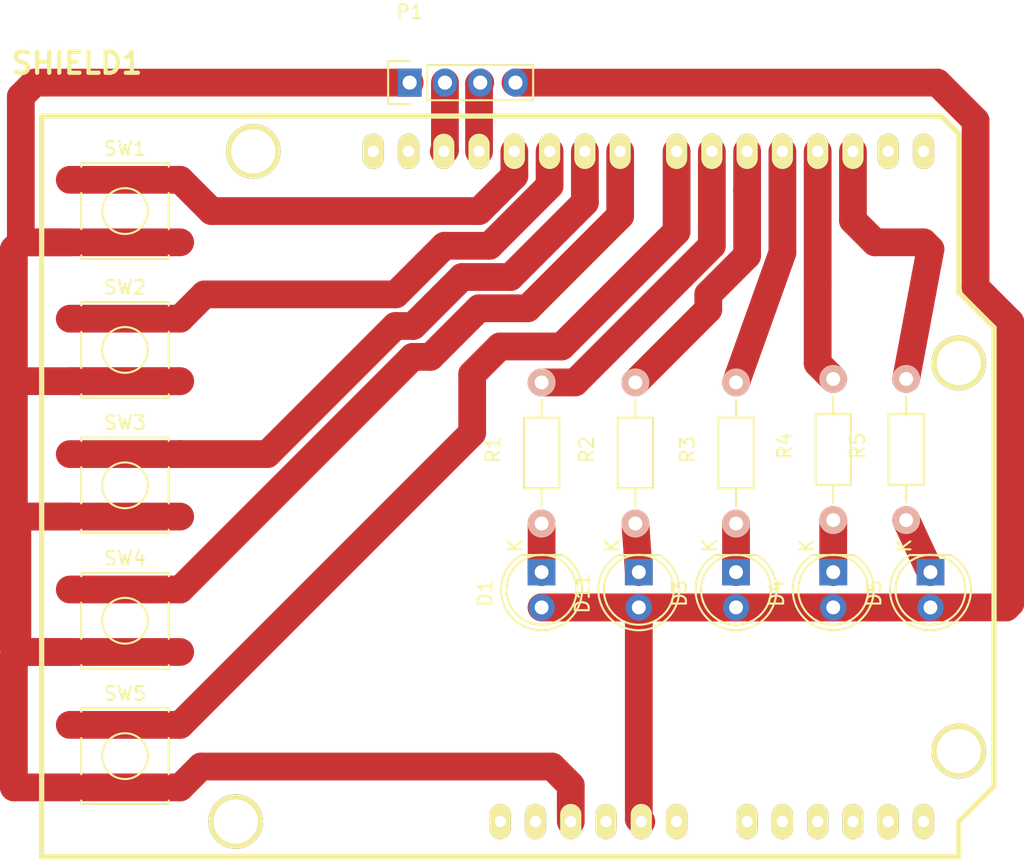
<source format=kicad_pcb>
(kicad_pcb (version 4) (host pcbnew 4.0.2-stable)

  (general
    (links 39)
    (no_connects 0)
    (area 142.25 43.025 221.000001 107.000001)
    (thickness 1.6)
    (drawings 0)
    (tracks 104)
    (zones 0)
    (modules 17)
    (nets 34)
  )

  (page A4)
  (layers
    (0 F.Cu signal)
    (31 B.Cu signal)
    (32 B.Adhes user)
    (33 F.Adhes user)
    (34 B.Paste user)
    (35 F.Paste user)
    (36 B.SilkS user)
    (37 F.SilkS user)
    (38 B.Mask user)
    (39 F.Mask user)
    (40 Dwgs.User user)
    (41 Cmts.User user)
    (42 Eco1.User user)
    (43 Eco2.User user)
    (44 Edge.Cuts user)
    (45 Margin user)
    (46 B.CrtYd user)
    (47 F.CrtYd user)
    (48 B.Fab user)
    (49 F.Fab user)
  )

  (setup
    (last_trace_width 2)
    (trace_clearance 0.2)
    (zone_clearance 0.5)
    (zone_45_only no)
    (trace_min 0.2)
    (segment_width 0.2)
    (edge_width 0.15)
    (via_size 0.6)
    (via_drill 0.4)
    (via_min_size 0.4)
    (via_min_drill 0.3)
    (uvia_size 0.3)
    (uvia_drill 0.1)
    (uvias_allowed no)
    (uvia_min_size 0.2)
    (uvia_min_drill 0.1)
    (pcb_text_width 0.3)
    (pcb_text_size 1.5 1.5)
    (mod_edge_width 0.15)
    (mod_text_size 1 1)
    (mod_text_width 0.15)
    (pad_size 1.524 1.524)
    (pad_drill 0.762)
    (pad_to_mask_clearance 0.2)
    (aux_axis_origin 0 0)
    (visible_elements FFFFFF7F)
    (pcbplotparams
      (layerselection 0x00030_80000001)
      (usegerberextensions false)
      (excludeedgelayer true)
      (linewidth 0.100000)
      (plotframeref false)
      (viasonmask false)
      (mode 1)
      (useauxorigin false)
      (hpglpennumber 1)
      (hpglpenspeed 20)
      (hpglpendiameter 15)
      (hpglpenoverlay 2)
      (psnegative false)
      (psa4output false)
      (plotreference true)
      (plotvalue true)
      (plotinvisibletext false)
      (padsonsilk false)
      (subtractmaskfromsilk false)
      (outputformat 1)
      (mirror false)
      (drillshape 1)
      (scaleselection 1)
      (outputdirectory ""))
  )

  (net 0 "")
  (net 1 "Net-(D1-Pad1)")
  (net 2 "Net-(D1-Pad2)")
  (net 3 "Net-(D2-Pad1)")
  (net 4 "Net-(D3-Pad1)")
  (net 5 "Net-(D4-Pad1)")
  (net 6 "Net-(D5-Pad1)")
  (net 7 "Net-(P1-Pad1)")
  (net 8 "Net-(P1-Pad2)")
  (net 9 "Net-(P1-Pad3)")
  (net 10 "Net-(R1-Pad2)")
  (net 11 "Net-(R2-Pad2)")
  (net 12 "Net-(R3-Pad2)")
  (net 13 "Net-(R4-Pad2)")
  (net 14 "Net-(R5-Pad2)")
  (net 15 "Net-(SHIELD1-PadAD5)")
  (net 16 "Net-(SHIELD1-PadAD4)")
  (net 17 "Net-(SHIELD1-PadAD3)")
  (net 18 "Net-(SHIELD1-PadAD0)")
  (net 19 "Net-(SHIELD1-PadAD1)")
  (net 20 "Net-(SHIELD1-PadAD2)")
  (net 21 "Net-(SHIELD1-PadV_IN)")
  (net 22 "Net-(SHIELD1-PadGND1)")
  (net 23 "Net-(SHIELD1-Pad3V3)")
  (net 24 "Net-(SHIELD1-PadRST)")
  (net 25 "Net-(SHIELD1-Pad0)")
  (net 26 "Net-(SHIELD1-Pad1)")
  (net 27 "Net-(SHIELD1-Pad7)")
  (net 28 "Net-(SHIELD1-Pad8)")
  (net 29 "Net-(SHIELD1-Pad9)")
  (net 30 "Net-(SHIELD1-Pad10)")
  (net 31 "Net-(SHIELD1-Pad11)")
  (net 32 "Net-(SHIELD1-PadGND3)")
  (net 33 "Net-(SHIELD1-PadAREF)")

  (net_class Default "This is the default net class."
    (clearance 0.2)
    (trace_width 2)
    (via_dia 0.6)
    (via_drill 0.4)
    (uvia_dia 0.3)
    (uvia_drill 0.1)
    (add_net "Net-(D1-Pad1)")
    (add_net "Net-(D1-Pad2)")
    (add_net "Net-(D2-Pad1)")
    (add_net "Net-(D3-Pad1)")
    (add_net "Net-(D4-Pad1)")
    (add_net "Net-(D5-Pad1)")
    (add_net "Net-(P1-Pad1)")
    (add_net "Net-(P1-Pad2)")
    (add_net "Net-(P1-Pad3)")
    (add_net "Net-(R1-Pad2)")
    (add_net "Net-(R2-Pad2)")
    (add_net "Net-(R3-Pad2)")
    (add_net "Net-(R4-Pad2)")
    (add_net "Net-(R5-Pad2)")
    (add_net "Net-(SHIELD1-Pad0)")
    (add_net "Net-(SHIELD1-Pad1)")
    (add_net "Net-(SHIELD1-Pad10)")
    (add_net "Net-(SHIELD1-Pad11)")
    (add_net "Net-(SHIELD1-Pad3V3)")
    (add_net "Net-(SHIELD1-Pad7)")
    (add_net "Net-(SHIELD1-Pad8)")
    (add_net "Net-(SHIELD1-Pad9)")
    (add_net "Net-(SHIELD1-PadAD0)")
    (add_net "Net-(SHIELD1-PadAD1)")
    (add_net "Net-(SHIELD1-PadAD2)")
    (add_net "Net-(SHIELD1-PadAD3)")
    (add_net "Net-(SHIELD1-PadAD4)")
    (add_net "Net-(SHIELD1-PadAD5)")
    (add_net "Net-(SHIELD1-PadAREF)")
    (add_net "Net-(SHIELD1-PadGND1)")
    (add_net "Net-(SHIELD1-PadGND3)")
    (add_net "Net-(SHIELD1-PadRST)")
    (add_net "Net-(SHIELD1-PadV_IN)")
  )

  (module LEDs:LED-5MM (layer F.Cu) (tedit 5570F7EA) (tstamp 586EE5DE)
    (at 184.5 84.5 270)
    (descr "LED 5mm round vertical")
    (tags "LED 5mm round vertical")
    (path /586EE6BA)
    (fp_text reference D1 (at 1.524 4.064 270) (layer F.SilkS)
      (effects (font (size 1 1) (thickness 0.15)))
    )
    (fp_text value LED (at 1.524 -3.937 270) (layer F.Fab)
      (effects (font (size 1 1) (thickness 0.15)))
    )
    (fp_line (start -1.5 -1.55) (end -1.5 1.55) (layer F.CrtYd) (width 0.05))
    (fp_arc (start 1.3 0) (end -1.5 1.55) (angle -302) (layer F.CrtYd) (width 0.05))
    (fp_arc (start 1.27 0) (end -1.23 -1.5) (angle 297.5) (layer F.SilkS) (width 0.15))
    (fp_line (start -1.23 1.5) (end -1.23 -1.5) (layer F.SilkS) (width 0.15))
    (fp_circle (center 1.27 0) (end 0.97 -2.5) (layer F.SilkS) (width 0.15))
    (fp_text user K (at -1.905 1.905 270) (layer F.SilkS)
      (effects (font (size 1 1) (thickness 0.15)))
    )
    (pad 1 thru_hole rect (at 0 0) (size 2 1.9) (drill 1.00076) (layers *.Cu *.Mask)
      (net 1 "Net-(D1-Pad1)"))
    (pad 2 thru_hole circle (at 2.54 0 270) (size 1.9 1.9) (drill 1.00076) (layers *.Cu *.Mask)
      (net 2 "Net-(D1-Pad2)"))
    (model LEDs.3dshapes/LED-5MM.wrl
      (at (xyz 0.05 0 0))
      (scale (xyz 1 1 1))
      (rotate (xyz 0 0 90))
    )
  )

  (module LEDs:LED-5MM (layer F.Cu) (tedit 5570F7EA) (tstamp 586EE5E4)
    (at 191.5 84.5 270)
    (descr "LED 5mm round vertical")
    (tags "LED 5mm round vertical")
    (path /586EE4DB)
    (fp_text reference D11 (at 1.524 4.064 270) (layer F.SilkS)
      (effects (font (size 1 1) (thickness 0.15)))
    )
    (fp_text value LED (at 1.524 -3.937 270) (layer F.Fab)
      (effects (font (size 1 1) (thickness 0.15)))
    )
    (fp_line (start -1.5 -1.55) (end -1.5 1.55) (layer F.CrtYd) (width 0.05))
    (fp_arc (start 1.3 0) (end -1.5 1.55) (angle -302) (layer F.CrtYd) (width 0.05))
    (fp_arc (start 1.27 0) (end -1.23 -1.5) (angle 297.5) (layer F.SilkS) (width 0.15))
    (fp_line (start -1.23 1.5) (end -1.23 -1.5) (layer F.SilkS) (width 0.15))
    (fp_circle (center 1.27 0) (end 0.97 -2.5) (layer F.SilkS) (width 0.15))
    (fp_text user K (at -1.905 1.905 270) (layer F.SilkS)
      (effects (font (size 1 1) (thickness 0.15)))
    )
    (pad 1 thru_hole rect (at 0 0) (size 2 1.9) (drill 1.00076) (layers *.Cu *.Mask)
      (net 3 "Net-(D2-Pad1)"))
    (pad 2 thru_hole circle (at 2.54 0 270) (size 1.9 1.9) (drill 1.00076) (layers *.Cu *.Mask)
      (net 2 "Net-(D1-Pad2)"))
    (model LEDs.3dshapes/LED-5MM.wrl
      (at (xyz 0.05 0 0))
      (scale (xyz 1 1 1))
      (rotate (xyz 0 0 90))
    )
  )

  (module LEDs:LED-5MM (layer F.Cu) (tedit 5570F7EA) (tstamp 586EE5EA)
    (at 198.5 84.5 270)
    (descr "LED 5mm round vertical")
    (tags "LED 5mm round vertical")
    (path /586EE51D)
    (fp_text reference D3 (at 1.524 4.064 270) (layer F.SilkS)
      (effects (font (size 1 1) (thickness 0.15)))
    )
    (fp_text value LED (at 1.524 -3.937 270) (layer F.Fab)
      (effects (font (size 1 1) (thickness 0.15)))
    )
    (fp_line (start -1.5 -1.55) (end -1.5 1.55) (layer F.CrtYd) (width 0.05))
    (fp_arc (start 1.3 0) (end -1.5 1.55) (angle -302) (layer F.CrtYd) (width 0.05))
    (fp_arc (start 1.27 0) (end -1.23 -1.5) (angle 297.5) (layer F.SilkS) (width 0.15))
    (fp_line (start -1.23 1.5) (end -1.23 -1.5) (layer F.SilkS) (width 0.15))
    (fp_circle (center 1.27 0) (end 0.97 -2.5) (layer F.SilkS) (width 0.15))
    (fp_text user K (at -1.905 1.905 270) (layer F.SilkS)
      (effects (font (size 1 1) (thickness 0.15)))
    )
    (pad 1 thru_hole rect (at 0 0) (size 2 1.9) (drill 1.00076) (layers *.Cu *.Mask)
      (net 4 "Net-(D3-Pad1)"))
    (pad 2 thru_hole circle (at 2.54 0 270) (size 1.9 1.9) (drill 1.00076) (layers *.Cu *.Mask)
      (net 2 "Net-(D1-Pad2)"))
    (model LEDs.3dshapes/LED-5MM.wrl
      (at (xyz 0.05 0 0))
      (scale (xyz 1 1 1))
      (rotate (xyz 0 0 90))
    )
  )

  (module LEDs:LED-5MM (layer F.Cu) (tedit 5570F7EA) (tstamp 586EE5F0)
    (at 205.5 84.5 270)
    (descr "LED 5mm round vertical")
    (tags "LED 5mm round vertical")
    (path /586EE601)
    (fp_text reference D4 (at 1.524 4.064 270) (layer F.SilkS)
      (effects (font (size 1 1) (thickness 0.15)))
    )
    (fp_text value LED (at 1.524 -3.937 270) (layer F.Fab)
      (effects (font (size 1 1) (thickness 0.15)))
    )
    (fp_line (start -1.5 -1.55) (end -1.5 1.55) (layer F.CrtYd) (width 0.05))
    (fp_arc (start 1.3 0) (end -1.5 1.55) (angle -302) (layer F.CrtYd) (width 0.05))
    (fp_arc (start 1.27 0) (end -1.23 -1.5) (angle 297.5) (layer F.SilkS) (width 0.15))
    (fp_line (start -1.23 1.5) (end -1.23 -1.5) (layer F.SilkS) (width 0.15))
    (fp_circle (center 1.27 0) (end 0.97 -2.5) (layer F.SilkS) (width 0.15))
    (fp_text user K (at -1.905 1.905 270) (layer F.SilkS)
      (effects (font (size 1 1) (thickness 0.15)))
    )
    (pad 1 thru_hole rect (at 0 0) (size 2 1.9) (drill 1.00076) (layers *.Cu *.Mask)
      (net 5 "Net-(D4-Pad1)"))
    (pad 2 thru_hole circle (at 2.54 0 270) (size 1.9 1.9) (drill 1.00076) (layers *.Cu *.Mask)
      (net 2 "Net-(D1-Pad2)"))
    (model LEDs.3dshapes/LED-5MM.wrl
      (at (xyz 0.05 0 0))
      (scale (xyz 1 1 1))
      (rotate (xyz 0 0 90))
    )
  )

  (module LEDs:LED-5MM (layer F.Cu) (tedit 5570F7EA) (tstamp 586EE5F6)
    (at 212.5 84.5 270)
    (descr "LED 5mm round vertical")
    (tags "LED 5mm round vertical")
    (path /586EE62F)
    (fp_text reference D5 (at 1.524 4.064 270) (layer F.SilkS)
      (effects (font (size 1 1) (thickness 0.15)))
    )
    (fp_text value LED (at 1.524 -3.937 270) (layer F.Fab)
      (effects (font (size 1 1) (thickness 0.15)))
    )
    (fp_line (start -1.5 -1.55) (end -1.5 1.55) (layer F.CrtYd) (width 0.05))
    (fp_arc (start 1.3 0) (end -1.5 1.55) (angle -302) (layer F.CrtYd) (width 0.05))
    (fp_arc (start 1.27 0) (end -1.23 -1.5) (angle 297.5) (layer F.SilkS) (width 0.15))
    (fp_line (start -1.23 1.5) (end -1.23 -1.5) (layer F.SilkS) (width 0.15))
    (fp_circle (center 1.27 0) (end 0.97 -2.5) (layer F.SilkS) (width 0.15))
    (fp_text user K (at -1.905 1.905 270) (layer F.SilkS)
      (effects (font (size 1 1) (thickness 0.15)))
    )
    (pad 1 thru_hole rect (at 0 0) (size 2 1.9) (drill 1.00076) (layers *.Cu *.Mask)
      (net 6 "Net-(D5-Pad1)"))
    (pad 2 thru_hole circle (at 2.54 0 270) (size 1.9 1.9) (drill 1.00076) (layers *.Cu *.Mask)
      (net 2 "Net-(D1-Pad2)"))
    (model LEDs.3dshapes/LED-5MM.wrl
      (at (xyz 0.05 0 0))
      (scale (xyz 1 1 1))
      (rotate (xyz 0 0 90))
    )
  )

  (module Socket_Strips:Socket_Strip_Straight_1x04 (layer F.Cu) (tedit 0) (tstamp 586EE5FE)
    (at 175 49.25)
    (descr "Through hole socket strip")
    (tags "socket strip")
    (path /586EE8F7)
    (fp_text reference P1 (at 0 -5.1) (layer F.SilkS)
      (effects (font (size 1 1) (thickness 0.15)))
    )
    (fp_text value CONN_01X04 (at 0 -3.1) (layer F.Fab)
      (effects (font (size 1 1) (thickness 0.15)))
    )
    (fp_line (start -1.75 -1.75) (end -1.75 1.75) (layer F.CrtYd) (width 0.05))
    (fp_line (start 9.4 -1.75) (end 9.4 1.75) (layer F.CrtYd) (width 0.05))
    (fp_line (start -1.75 -1.75) (end 9.4 -1.75) (layer F.CrtYd) (width 0.05))
    (fp_line (start -1.75 1.75) (end 9.4 1.75) (layer F.CrtYd) (width 0.05))
    (fp_line (start 1.27 -1.27) (end 8.89 -1.27) (layer F.SilkS) (width 0.15))
    (fp_line (start 1.27 1.27) (end 8.89 1.27) (layer F.SilkS) (width 0.15))
    (fp_line (start -1.55 1.55) (end 0 1.55) (layer F.SilkS) (width 0.15))
    (fp_line (start 8.89 -1.27) (end 8.89 1.27) (layer F.SilkS) (width 0.15))
    (fp_line (start 1.27 1.27) (end 1.27 -1.27) (layer F.SilkS) (width 0.15))
    (fp_line (start 0 -1.55) (end -1.55 -1.55) (layer F.SilkS) (width 0.15))
    (fp_line (start -1.55 -1.55) (end -1.55 1.55) (layer F.SilkS) (width 0.15))
    (pad 1 thru_hole rect (at 0 0) (size 1.7272 2.032) (drill 1.016) (layers *.Cu *.Mask)
      (net 7 "Net-(P1-Pad1)"))
    (pad 2 thru_hole oval (at 2.54 0) (size 1.7272 2.032) (drill 1.016) (layers *.Cu *.Mask)
      (net 8 "Net-(P1-Pad2)"))
    (pad 3 thru_hole oval (at 5.08 0) (size 1.7272 2.032) (drill 1.016) (layers *.Cu *.Mask)
      (net 9 "Net-(P1-Pad3)"))
    (pad 4 thru_hole oval (at 7.62 0) (size 1.7272 2.032) (drill 1.016) (layers *.Cu *.Mask)
      (net 2 "Net-(D1-Pad2)"))
    (model Socket_Strips.3dshapes/Socket_Strip_Straight_1x04.wrl
      (at (xyz 0.15 0 0))
      (scale (xyz 1 1 1))
      (rotate (xyz 0 0 180))
    )
  )

  (module Resistors_ThroughHole:Resistor_Horizontal_RM10mm (layer F.Cu) (tedit 56648415) (tstamp 586EE604)
    (at 184.5 81 90)
    (descr "Resistor, Axial,  RM 10mm, 1/3W")
    (tags "Resistor Axial RM 10mm 1/3W")
    (path /586EE4B9)
    (fp_text reference R1 (at 5.32892 -3.50012 90) (layer F.SilkS)
      (effects (font (size 1 1) (thickness 0.15)))
    )
    (fp_text value R (at 5.08 3.81 90) (layer F.Fab)
      (effects (font (size 1 1) (thickness 0.15)))
    )
    (fp_line (start -1.25 -1.5) (end 11.4 -1.5) (layer F.CrtYd) (width 0.05))
    (fp_line (start -1.25 1.5) (end -1.25 -1.5) (layer F.CrtYd) (width 0.05))
    (fp_line (start 11.4 -1.5) (end 11.4 1.5) (layer F.CrtYd) (width 0.05))
    (fp_line (start -1.25 1.5) (end 11.4 1.5) (layer F.CrtYd) (width 0.05))
    (fp_line (start 2.54 -1.27) (end 7.62 -1.27) (layer F.SilkS) (width 0.15))
    (fp_line (start 7.62 -1.27) (end 7.62 1.27) (layer F.SilkS) (width 0.15))
    (fp_line (start 7.62 1.27) (end 2.54 1.27) (layer F.SilkS) (width 0.15))
    (fp_line (start 2.54 1.27) (end 2.54 -1.27) (layer F.SilkS) (width 0.15))
    (fp_line (start 2.54 0) (end 1.27 0) (layer F.SilkS) (width 0.15))
    (fp_line (start 7.62 0) (end 8.89 0) (layer F.SilkS) (width 0.15))
    (pad 1 thru_hole circle (at 0 0 90) (size 1.99898 1.99898) (drill 1.00076) (layers *.Cu *.SilkS *.Mask)
      (net 1 "Net-(D1-Pad1)"))
    (pad 2 thru_hole circle (at 10.16 0 90) (size 1.99898 1.99898) (drill 1.00076) (layers *.Cu *.SilkS *.Mask)
      (net 10 "Net-(R1-Pad2)"))
    (model Resistors_ThroughHole.3dshapes/Resistor_Horizontal_RM10mm.wrl
      (at (xyz 0.2 0 0))
      (scale (xyz 0.4 0.4 0.4))
      (rotate (xyz 0 0 0))
    )
  )

  (module Resistors_ThroughHole:Resistor_Horizontal_RM10mm (layer F.Cu) (tedit 56648415) (tstamp 586EE60A)
    (at 191.25 81 90)
    (descr "Resistor, Axial,  RM 10mm, 1/3W")
    (tags "Resistor Axial RM 10mm 1/3W")
    (path /586EE494)
    (fp_text reference R2 (at 5.32892 -3.50012 90) (layer F.SilkS)
      (effects (font (size 1 1) (thickness 0.15)))
    )
    (fp_text value R (at 5.08 3.81 90) (layer F.Fab)
      (effects (font (size 1 1) (thickness 0.15)))
    )
    (fp_line (start -1.25 -1.5) (end 11.4 -1.5) (layer F.CrtYd) (width 0.05))
    (fp_line (start -1.25 1.5) (end -1.25 -1.5) (layer F.CrtYd) (width 0.05))
    (fp_line (start 11.4 -1.5) (end 11.4 1.5) (layer F.CrtYd) (width 0.05))
    (fp_line (start -1.25 1.5) (end 11.4 1.5) (layer F.CrtYd) (width 0.05))
    (fp_line (start 2.54 -1.27) (end 7.62 -1.27) (layer F.SilkS) (width 0.15))
    (fp_line (start 7.62 -1.27) (end 7.62 1.27) (layer F.SilkS) (width 0.15))
    (fp_line (start 7.62 1.27) (end 2.54 1.27) (layer F.SilkS) (width 0.15))
    (fp_line (start 2.54 1.27) (end 2.54 -1.27) (layer F.SilkS) (width 0.15))
    (fp_line (start 2.54 0) (end 1.27 0) (layer F.SilkS) (width 0.15))
    (fp_line (start 7.62 0) (end 8.89 0) (layer F.SilkS) (width 0.15))
    (pad 1 thru_hole circle (at 0 0 90) (size 1.99898 1.99898) (drill 1.00076) (layers *.Cu *.SilkS *.Mask)
      (net 3 "Net-(D2-Pad1)"))
    (pad 2 thru_hole circle (at 10.16 0 90) (size 1.99898 1.99898) (drill 1.00076) (layers *.Cu *.SilkS *.Mask)
      (net 11 "Net-(R2-Pad2)"))
    (model Resistors_ThroughHole.3dshapes/Resistor_Horizontal_RM10mm.wrl
      (at (xyz 0.2 0 0))
      (scale (xyz 0.4 0.4 0.4))
      (rotate (xyz 0 0 0))
    )
  )

  (module Resistors_ThroughHole:Resistor_Horizontal_RM10mm (layer F.Cu) (tedit 56648415) (tstamp 586EE610)
    (at 198.5 81 90)
    (descr "Resistor, Axial,  RM 10mm, 1/3W")
    (tags "Resistor Axial RM 10mm 1/3W")
    (path /586EE478)
    (fp_text reference R3 (at 5.32892 -3.50012 90) (layer F.SilkS)
      (effects (font (size 1 1) (thickness 0.15)))
    )
    (fp_text value R (at 5.08 3.81 90) (layer F.Fab)
      (effects (font (size 1 1) (thickness 0.15)))
    )
    (fp_line (start -1.25 -1.5) (end 11.4 -1.5) (layer F.CrtYd) (width 0.05))
    (fp_line (start -1.25 1.5) (end -1.25 -1.5) (layer F.CrtYd) (width 0.05))
    (fp_line (start 11.4 -1.5) (end 11.4 1.5) (layer F.CrtYd) (width 0.05))
    (fp_line (start -1.25 1.5) (end 11.4 1.5) (layer F.CrtYd) (width 0.05))
    (fp_line (start 2.54 -1.27) (end 7.62 -1.27) (layer F.SilkS) (width 0.15))
    (fp_line (start 7.62 -1.27) (end 7.62 1.27) (layer F.SilkS) (width 0.15))
    (fp_line (start 7.62 1.27) (end 2.54 1.27) (layer F.SilkS) (width 0.15))
    (fp_line (start 2.54 1.27) (end 2.54 -1.27) (layer F.SilkS) (width 0.15))
    (fp_line (start 2.54 0) (end 1.27 0) (layer F.SilkS) (width 0.15))
    (fp_line (start 7.62 0) (end 8.89 0) (layer F.SilkS) (width 0.15))
    (pad 1 thru_hole circle (at 0 0 90) (size 1.99898 1.99898) (drill 1.00076) (layers *.Cu *.SilkS *.Mask)
      (net 4 "Net-(D3-Pad1)"))
    (pad 2 thru_hole circle (at 10.16 0 90) (size 1.99898 1.99898) (drill 1.00076) (layers *.Cu *.SilkS *.Mask)
      (net 12 "Net-(R3-Pad2)"))
    (model Resistors_ThroughHole.3dshapes/Resistor_Horizontal_RM10mm.wrl
      (at (xyz 0.2 0 0))
      (scale (xyz 0.4 0.4 0.4))
      (rotate (xyz 0 0 0))
    )
  )

  (module Resistors_ThroughHole:Resistor_Horizontal_RM10mm (layer F.Cu) (tedit 56648415) (tstamp 586EE616)
    (at 205.5 80.75 90)
    (descr "Resistor, Axial,  RM 10mm, 1/3W")
    (tags "Resistor Axial RM 10mm 1/3W")
    (path /586EE17D)
    (fp_text reference R4 (at 5.32892 -3.50012 90) (layer F.SilkS)
      (effects (font (size 1 1) (thickness 0.15)))
    )
    (fp_text value R (at 5.08 3.81 90) (layer F.Fab)
      (effects (font (size 1 1) (thickness 0.15)))
    )
    (fp_line (start -1.25 -1.5) (end 11.4 -1.5) (layer F.CrtYd) (width 0.05))
    (fp_line (start -1.25 1.5) (end -1.25 -1.5) (layer F.CrtYd) (width 0.05))
    (fp_line (start 11.4 -1.5) (end 11.4 1.5) (layer F.CrtYd) (width 0.05))
    (fp_line (start -1.25 1.5) (end 11.4 1.5) (layer F.CrtYd) (width 0.05))
    (fp_line (start 2.54 -1.27) (end 7.62 -1.27) (layer F.SilkS) (width 0.15))
    (fp_line (start 7.62 -1.27) (end 7.62 1.27) (layer F.SilkS) (width 0.15))
    (fp_line (start 7.62 1.27) (end 2.54 1.27) (layer F.SilkS) (width 0.15))
    (fp_line (start 2.54 1.27) (end 2.54 -1.27) (layer F.SilkS) (width 0.15))
    (fp_line (start 2.54 0) (end 1.27 0) (layer F.SilkS) (width 0.15))
    (fp_line (start 7.62 0) (end 8.89 0) (layer F.SilkS) (width 0.15))
    (pad 1 thru_hole circle (at 0 0 90) (size 1.99898 1.99898) (drill 1.00076) (layers *.Cu *.SilkS *.Mask)
      (net 5 "Net-(D4-Pad1)"))
    (pad 2 thru_hole circle (at 10.16 0 90) (size 1.99898 1.99898) (drill 1.00076) (layers *.Cu *.SilkS *.Mask)
      (net 13 "Net-(R4-Pad2)"))
    (model Resistors_ThroughHole.3dshapes/Resistor_Horizontal_RM10mm.wrl
      (at (xyz 0.2 0 0))
      (scale (xyz 0.4 0.4 0.4))
      (rotate (xyz 0 0 0))
    )
  )

  (module Resistors_ThroughHole:Resistor_Horizontal_RM10mm (layer F.Cu) (tedit 56648415) (tstamp 586EE61C)
    (at 210.75 80.75 90)
    (descr "Resistor, Axial,  RM 10mm, 1/3W")
    (tags "Resistor Axial RM 10mm 1/3W")
    (path /586EE2DF)
    (fp_text reference R5 (at 5.32892 -3.50012 90) (layer F.SilkS)
      (effects (font (size 1 1) (thickness 0.15)))
    )
    (fp_text value R (at 5.08 3.81 90) (layer F.Fab)
      (effects (font (size 1 1) (thickness 0.15)))
    )
    (fp_line (start -1.25 -1.5) (end 11.4 -1.5) (layer F.CrtYd) (width 0.05))
    (fp_line (start -1.25 1.5) (end -1.25 -1.5) (layer F.CrtYd) (width 0.05))
    (fp_line (start 11.4 -1.5) (end 11.4 1.5) (layer F.CrtYd) (width 0.05))
    (fp_line (start -1.25 1.5) (end 11.4 1.5) (layer F.CrtYd) (width 0.05))
    (fp_line (start 2.54 -1.27) (end 7.62 -1.27) (layer F.SilkS) (width 0.15))
    (fp_line (start 7.62 -1.27) (end 7.62 1.27) (layer F.SilkS) (width 0.15))
    (fp_line (start 7.62 1.27) (end 2.54 1.27) (layer F.SilkS) (width 0.15))
    (fp_line (start 2.54 1.27) (end 2.54 -1.27) (layer F.SilkS) (width 0.15))
    (fp_line (start 2.54 0) (end 1.27 0) (layer F.SilkS) (width 0.15))
    (fp_line (start 7.62 0) (end 8.89 0) (layer F.SilkS) (width 0.15))
    (pad 1 thru_hole circle (at 0 0 90) (size 1.99898 1.99898) (drill 1.00076) (layers *.Cu *.SilkS *.Mask)
      (net 6 "Net-(D5-Pad1)"))
    (pad 2 thru_hole circle (at 10.16 0 90) (size 1.99898 1.99898) (drill 1.00076) (layers *.Cu *.SilkS *.Mask)
      (net 14 "Net-(R5-Pad2)"))
    (model Resistors_ThroughHole.3dshapes/Resistor_Horizontal_RM10mm.wrl
      (at (xyz 0.2 0 0))
      (scale (xyz 0.4 0.4 0.4))
      (rotate (xyz 0 0 0))
    )
  )

  (module "arduino:ARDUINO SHIELD" (layer F.Cu) (tedit 4CD6A37D) (tstamp 586EE640)
    (at 148.5 105)
    (path /586EE053)
    (fp_text reference SHIELD1 (at 2.54 -57.15) (layer F.SilkS)
      (effects (font (thickness 0.3048)))
    )
    (fp_text value ARDUINO_SHIELD (at 5.08 -54.61) (layer F.SilkS) hide
      (effects (font (thickness 0.3048)))
    )
    (fp_line (start 66.04 -40.64) (end 66.04 -52.07) (layer F.SilkS) (width 0.381))
    (fp_line (start 66.04 -52.07) (end 64.77 -53.34) (layer F.SilkS) (width 0.381))
    (fp_line (start 64.77 -53.34) (end 0 -53.34) (layer F.SilkS) (width 0.381))
    (fp_line (start 66.04 0) (end 0 0) (layer F.SilkS) (width 0.381))
    (fp_line (start 0 0) (end 0 -53.34) (layer F.SilkS) (width 0.381))
    (fp_line (start 66.04 -40.64) (end 68.58 -38.1) (layer F.SilkS) (width 0.381))
    (fp_line (start 68.58 -38.1) (end 68.58 -5.08) (layer F.SilkS) (width 0.381))
    (fp_line (start 68.58 -5.08) (end 66.04 -2.54) (layer F.SilkS) (width 0.381))
    (fp_line (start 66.04 -2.54) (end 66.04 0) (layer F.SilkS) (width 0.381))
    (pad AD5 thru_hole oval (at 63.5 -2.54 90) (size 2.54 1.524) (drill 0.8128) (layers *.Cu *.Mask F.SilkS)
      (net 15 "Net-(SHIELD1-PadAD5)"))
    (pad AD4 thru_hole oval (at 60.96 -2.54 90) (size 2.54 1.524) (drill 0.8128) (layers *.Cu *.Mask F.SilkS)
      (net 16 "Net-(SHIELD1-PadAD4)"))
    (pad AD3 thru_hole oval (at 58.42 -2.54 90) (size 2.54 1.524) (drill 0.8128) (layers *.Cu *.Mask F.SilkS)
      (net 17 "Net-(SHIELD1-PadAD3)"))
    (pad AD0 thru_hole oval (at 50.8 -2.54 90) (size 2.54 1.524) (drill 0.8128) (layers *.Cu *.Mask F.SilkS)
      (net 18 "Net-(SHIELD1-PadAD0)"))
    (pad AD1 thru_hole oval (at 53.34 -2.54 90) (size 2.54 1.524) (drill 0.8128) (layers *.Cu *.Mask F.SilkS)
      (net 19 "Net-(SHIELD1-PadAD1)"))
    (pad AD2 thru_hole oval (at 55.88 -2.54 90) (size 2.54 1.524) (drill 0.8128) (layers *.Cu *.Mask F.SilkS)
      (net 20 "Net-(SHIELD1-PadAD2)"))
    (pad V_IN thru_hole oval (at 45.72 -2.54 90) (size 2.54 1.524) (drill 0.8128) (layers *.Cu *.Mask F.SilkS)
      (net 21 "Net-(SHIELD1-PadV_IN)"))
    (pad GND2 thru_hole oval (at 43.18 -2.54 90) (size 2.54 1.524) (drill 0.8128) (layers *.Cu *.Mask F.SilkS)
      (net 2 "Net-(D1-Pad2)"))
    (pad GND1 thru_hole oval (at 40.64 -2.54 90) (size 2.54 1.524) (drill 0.8128) (layers *.Cu *.Mask F.SilkS)
      (net 22 "Net-(SHIELD1-PadGND1)"))
    (pad 3V3 thru_hole oval (at 35.56 -2.54 90) (size 2.54 1.524) (drill 0.8128) (layers *.Cu *.Mask F.SilkS)
      (net 23 "Net-(SHIELD1-Pad3V3)"))
    (pad RST thru_hole oval (at 33.02 -2.54 90) (size 2.54 1.524) (drill 0.8128) (layers *.Cu *.Mask F.SilkS)
      (net 24 "Net-(SHIELD1-PadRST)"))
    (pad 0 thru_hole oval (at 63.5 -50.8 90) (size 2.54 1.524) (drill 0.8128) (layers *.Cu *.Mask F.SilkS)
      (net 25 "Net-(SHIELD1-Pad0)"))
    (pad 1 thru_hole oval (at 60.96 -50.8 90) (size 2.54 1.524) (drill 0.8128) (layers *.Cu *.Mask F.SilkS)
      (net 26 "Net-(SHIELD1-Pad1)"))
    (pad 2 thru_hole oval (at 58.42 -50.8 90) (size 2.54 1.524) (drill 0.8128) (layers *.Cu *.Mask F.SilkS)
      (net 14 "Net-(R5-Pad2)"))
    (pad 3 thru_hole oval (at 55.88 -50.8 90) (size 2.54 1.524) (drill 0.8128) (layers *.Cu *.Mask F.SilkS)
      (net 13 "Net-(R4-Pad2)"))
    (pad 4 thru_hole oval (at 53.34 -50.8 90) (size 2.54 1.524) (drill 0.8128) (layers *.Cu *.Mask F.SilkS)
      (net 12 "Net-(R3-Pad2)"))
    (pad 5 thru_hole oval (at 50.8 -50.8 90) (size 2.54 1.524) (drill 0.8128) (layers *.Cu *.Mask F.SilkS)
      (net 11 "Net-(R2-Pad2)"))
    (pad 6 thru_hole oval (at 48.26 -50.8 90) (size 2.54 1.524) (drill 0.8128) (layers *.Cu *.Mask F.SilkS)
      (net 10 "Net-(R1-Pad2)"))
    (pad 7 thru_hole oval (at 45.72 -50.8 90) (size 2.54 1.524) (drill 0.8128) (layers *.Cu *.Mask F.SilkS)
      (net 27 "Net-(SHIELD1-Pad7)"))
    (pad 8 thru_hole oval (at 41.656 -50.8 90) (size 2.54 1.524) (drill 0.8128) (layers *.Cu *.Mask F.SilkS)
      (net 28 "Net-(SHIELD1-Pad8)"))
    (pad 9 thru_hole oval (at 39.116 -50.8 90) (size 2.54 1.524) (drill 0.8128) (layers *.Cu *.Mask F.SilkS)
      (net 29 "Net-(SHIELD1-Pad9)"))
    (pad 10 thru_hole oval (at 36.576 -50.8 90) (size 2.54 1.524) (drill 0.8128) (layers *.Cu *.Mask F.SilkS)
      (net 30 "Net-(SHIELD1-Pad10)"))
    (pad 11 thru_hole oval (at 34.036 -50.8 90) (size 2.54 1.524) (drill 0.8128) (layers *.Cu *.Mask F.SilkS)
      (net 31 "Net-(SHIELD1-Pad11)"))
    (pad 12 thru_hole oval (at 31.496 -50.8 90) (size 2.54 1.524) (drill 0.8128) (layers *.Cu *.Mask F.SilkS)
      (net 9 "Net-(P1-Pad3)"))
    (pad 13 thru_hole oval (at 28.956 -50.8 90) (size 2.54 1.524) (drill 0.8128) (layers *.Cu *.Mask F.SilkS)
      (net 8 "Net-(P1-Pad2)"))
    (pad GND3 thru_hole oval (at 26.416 -50.8 90) (size 2.54 1.524) (drill 0.8128) (layers *.Cu *.Mask F.SilkS)
      (net 32 "Net-(SHIELD1-PadGND3)"))
    (pad AREF thru_hole oval (at 23.876 -50.8 90) (size 2.54 1.524) (drill 0.8128) (layers *.Cu *.Mask F.SilkS)
      (net 33 "Net-(SHIELD1-PadAREF)"))
    (pad 5V thru_hole oval (at 38.1 -2.54 90) (size 2.54 1.524) (drill 0.8128) (layers *.Cu *.Mask F.SilkS)
      (net 7 "Net-(P1-Pad1)"))
    (pad "" thru_hole circle (at 66.04 -7.62 90) (size 3.937 3.937) (drill 3.175) (layers *.Cu *.Mask F.SilkS))
    (pad "" thru_hole circle (at 66.04 -35.56 90) (size 3.937 3.937) (drill 3.175) (layers *.Cu *.Mask F.SilkS))
    (pad "" thru_hole circle (at 15.24 -50.8 90) (size 3.937 3.937) (drill 3.175) (layers *.Cu *.Mask F.SilkS))
    (pad "" thru_hole circle (at 13.97 -2.54 90) (size 3.937 3.937) (drill 3.175) (layers *.Cu *.Mask F.SilkS))
  )

  (module Buttons_Switches_SMD:SW_SPST_B3S-1000 (layer F.Cu) (tedit 56EDA1C6) (tstamp 586EE648)
    (at 154.5 58.5)
    (descr "Surface Mount Tactile Switch for High-Density Packaging")
    (tags "Tactile Switch")
    (path /586EED79)
    (attr smd)
    (fp_text reference SW1 (at 0 -4.5) (layer F.SilkS)
      (effects (font (size 1 1) (thickness 0.15)))
    )
    (fp_text value SPST (at 0 4.5) (layer F.Fab)
      (effects (font (size 1 1) (thickness 0.15)))
    )
    (fp_line (start -5 3.7) (end 5 3.7) (layer F.CrtYd) (width 0.05))
    (fp_line (start 5 3.7) (end 5 -3.7) (layer F.CrtYd) (width 0.05))
    (fp_line (start 5 -3.7) (end -5 -3.7) (layer F.CrtYd) (width 0.05))
    (fp_line (start -5 -3.7) (end -5 3.7) (layer F.CrtYd) (width 0.05))
    (fp_line (start -3.15 -3.2) (end -3.15 -3.45) (layer F.SilkS) (width 0.15))
    (fp_line (start -3.15 -3.45) (end 3.15 -3.45) (layer F.SilkS) (width 0.15))
    (fp_line (start 3.15 -3.45) (end 3.15 -3.2) (layer F.SilkS) (width 0.15))
    (fp_line (start -3.15 1.3) (end -3.15 -1.3) (layer F.SilkS) (width 0.15))
    (fp_line (start 3.15 3.2) (end 3.15 3.45) (layer F.SilkS) (width 0.15))
    (fp_line (start 3.15 3.45) (end -3.15 3.45) (layer F.SilkS) (width 0.15))
    (fp_line (start -3.15 3.45) (end -3.15 3.2) (layer F.SilkS) (width 0.15))
    (fp_line (start 3.15 -1.3) (end 3.15 1.3) (layer F.SilkS) (width 0.15))
    (fp_circle (center 0 0) (end 1.65 0) (layer F.SilkS) (width 0.15))
    (fp_line (start -3 -3.3) (end 3 -3.3) (layer F.Fab) (width 0.15))
    (fp_line (start 3 -3.3) (end 3 3.3) (layer F.Fab) (width 0.15))
    (fp_line (start 3 3.3) (end -3 3.3) (layer F.Fab) (width 0.15))
    (fp_line (start -3 3.3) (end -3 -3.3) (layer F.Fab) (width 0.15))
    (pad 1 smd rect (at -3.975 -2.25) (size 1.55 1.3) (layers F.Cu F.Paste F.Mask)
      (net 31 "Net-(SHIELD1-Pad11)"))
    (pad 1 smd rect (at 3.975 -2.25) (size 1.55 1.3) (layers F.Cu F.Paste F.Mask)
      (net 31 "Net-(SHIELD1-Pad11)"))
    (pad 2 smd rect (at -3.975 2.25) (size 1.55 1.3) (layers F.Cu F.Paste F.Mask)
      (net 7 "Net-(P1-Pad1)"))
    (pad 2 smd rect (at 3.975 2.25) (size 1.55 1.3) (layers F.Cu F.Paste F.Mask)
      (net 7 "Net-(P1-Pad1)"))
  )

  (module Buttons_Switches_SMD:SW_SPST_B3S-1000 (layer F.Cu) (tedit 56EDA1C6) (tstamp 586EE650)
    (at 154.5 68.5)
    (descr "Surface Mount Tactile Switch for High-Density Packaging")
    (tags "Tactile Switch")
    (path /586EED29)
    (attr smd)
    (fp_text reference SW2 (at 0 -4.5) (layer F.SilkS)
      (effects (font (size 1 1) (thickness 0.15)))
    )
    (fp_text value SPST (at 0 4.5) (layer F.Fab)
      (effects (font (size 1 1) (thickness 0.15)))
    )
    (fp_line (start -5 3.7) (end 5 3.7) (layer F.CrtYd) (width 0.05))
    (fp_line (start 5 3.7) (end 5 -3.7) (layer F.CrtYd) (width 0.05))
    (fp_line (start 5 -3.7) (end -5 -3.7) (layer F.CrtYd) (width 0.05))
    (fp_line (start -5 -3.7) (end -5 3.7) (layer F.CrtYd) (width 0.05))
    (fp_line (start -3.15 -3.2) (end -3.15 -3.45) (layer F.SilkS) (width 0.15))
    (fp_line (start -3.15 -3.45) (end 3.15 -3.45) (layer F.SilkS) (width 0.15))
    (fp_line (start 3.15 -3.45) (end 3.15 -3.2) (layer F.SilkS) (width 0.15))
    (fp_line (start -3.15 1.3) (end -3.15 -1.3) (layer F.SilkS) (width 0.15))
    (fp_line (start 3.15 3.2) (end 3.15 3.45) (layer F.SilkS) (width 0.15))
    (fp_line (start 3.15 3.45) (end -3.15 3.45) (layer F.SilkS) (width 0.15))
    (fp_line (start -3.15 3.45) (end -3.15 3.2) (layer F.SilkS) (width 0.15))
    (fp_line (start 3.15 -1.3) (end 3.15 1.3) (layer F.SilkS) (width 0.15))
    (fp_circle (center 0 0) (end 1.65 0) (layer F.SilkS) (width 0.15))
    (fp_line (start -3 -3.3) (end 3 -3.3) (layer F.Fab) (width 0.15))
    (fp_line (start 3 -3.3) (end 3 3.3) (layer F.Fab) (width 0.15))
    (fp_line (start 3 3.3) (end -3 3.3) (layer F.Fab) (width 0.15))
    (fp_line (start -3 3.3) (end -3 -3.3) (layer F.Fab) (width 0.15))
    (pad 1 smd rect (at -3.975 -2.25) (size 1.55 1.3) (layers F.Cu F.Paste F.Mask)
      (net 30 "Net-(SHIELD1-Pad10)"))
    (pad 1 smd rect (at 3.975 -2.25) (size 1.55 1.3) (layers F.Cu F.Paste F.Mask)
      (net 30 "Net-(SHIELD1-Pad10)"))
    (pad 2 smd rect (at -3.975 2.25) (size 1.55 1.3) (layers F.Cu F.Paste F.Mask)
      (net 7 "Net-(P1-Pad1)"))
    (pad 2 smd rect (at 3.975 2.25) (size 1.55 1.3) (layers F.Cu F.Paste F.Mask)
      (net 7 "Net-(P1-Pad1)"))
  )

  (module Buttons_Switches_SMD:SW_SPST_B3S-1000 (layer F.Cu) (tedit 56EDA1C6) (tstamp 586EE658)
    (at 154.5 78.25)
    (descr "Surface Mount Tactile Switch for High-Density Packaging")
    (tags "Tactile Switch")
    (path /586EECDE)
    (attr smd)
    (fp_text reference SW3 (at 0 -4.5) (layer F.SilkS)
      (effects (font (size 1 1) (thickness 0.15)))
    )
    (fp_text value SPST (at 0 4.5) (layer F.Fab)
      (effects (font (size 1 1) (thickness 0.15)))
    )
    (fp_line (start -5 3.7) (end 5 3.7) (layer F.CrtYd) (width 0.05))
    (fp_line (start 5 3.7) (end 5 -3.7) (layer F.CrtYd) (width 0.05))
    (fp_line (start 5 -3.7) (end -5 -3.7) (layer F.CrtYd) (width 0.05))
    (fp_line (start -5 -3.7) (end -5 3.7) (layer F.CrtYd) (width 0.05))
    (fp_line (start -3.15 -3.2) (end -3.15 -3.45) (layer F.SilkS) (width 0.15))
    (fp_line (start -3.15 -3.45) (end 3.15 -3.45) (layer F.SilkS) (width 0.15))
    (fp_line (start 3.15 -3.45) (end 3.15 -3.2) (layer F.SilkS) (width 0.15))
    (fp_line (start -3.15 1.3) (end -3.15 -1.3) (layer F.SilkS) (width 0.15))
    (fp_line (start 3.15 3.2) (end 3.15 3.45) (layer F.SilkS) (width 0.15))
    (fp_line (start 3.15 3.45) (end -3.15 3.45) (layer F.SilkS) (width 0.15))
    (fp_line (start -3.15 3.45) (end -3.15 3.2) (layer F.SilkS) (width 0.15))
    (fp_line (start 3.15 -1.3) (end 3.15 1.3) (layer F.SilkS) (width 0.15))
    (fp_circle (center 0 0) (end 1.65 0) (layer F.SilkS) (width 0.15))
    (fp_line (start -3 -3.3) (end 3 -3.3) (layer F.Fab) (width 0.15))
    (fp_line (start 3 -3.3) (end 3 3.3) (layer F.Fab) (width 0.15))
    (fp_line (start 3 3.3) (end -3 3.3) (layer F.Fab) (width 0.15))
    (fp_line (start -3 3.3) (end -3 -3.3) (layer F.Fab) (width 0.15))
    (pad 1 smd rect (at -3.975 -2.25) (size 1.55 1.3) (layers F.Cu F.Paste F.Mask)
      (net 29 "Net-(SHIELD1-Pad9)"))
    (pad 1 smd rect (at 3.975 -2.25) (size 1.55 1.3) (layers F.Cu F.Paste F.Mask)
      (net 29 "Net-(SHIELD1-Pad9)"))
    (pad 2 smd rect (at -3.975 2.25) (size 1.55 1.3) (layers F.Cu F.Paste F.Mask)
      (net 7 "Net-(P1-Pad1)"))
    (pad 2 smd rect (at 3.975 2.25) (size 1.55 1.3) (layers F.Cu F.Paste F.Mask)
      (net 7 "Net-(P1-Pad1)"))
  )

  (module Buttons_Switches_SMD:SW_SPST_B3S-1000 (layer F.Cu) (tedit 56EDA1C6) (tstamp 586EE660)
    (at 154.5 88)
    (descr "Surface Mount Tactile Switch for High-Density Packaging")
    (tags "Tactile Switch")
    (path /586EEC9B)
    (attr smd)
    (fp_text reference SW4 (at 0 -4.5) (layer F.SilkS)
      (effects (font (size 1 1) (thickness 0.15)))
    )
    (fp_text value SPST (at 0 4.5) (layer F.Fab)
      (effects (font (size 1 1) (thickness 0.15)))
    )
    (fp_line (start -5 3.7) (end 5 3.7) (layer F.CrtYd) (width 0.05))
    (fp_line (start 5 3.7) (end 5 -3.7) (layer F.CrtYd) (width 0.05))
    (fp_line (start 5 -3.7) (end -5 -3.7) (layer F.CrtYd) (width 0.05))
    (fp_line (start -5 -3.7) (end -5 3.7) (layer F.CrtYd) (width 0.05))
    (fp_line (start -3.15 -3.2) (end -3.15 -3.45) (layer F.SilkS) (width 0.15))
    (fp_line (start -3.15 -3.45) (end 3.15 -3.45) (layer F.SilkS) (width 0.15))
    (fp_line (start 3.15 -3.45) (end 3.15 -3.2) (layer F.SilkS) (width 0.15))
    (fp_line (start -3.15 1.3) (end -3.15 -1.3) (layer F.SilkS) (width 0.15))
    (fp_line (start 3.15 3.2) (end 3.15 3.45) (layer F.SilkS) (width 0.15))
    (fp_line (start 3.15 3.45) (end -3.15 3.45) (layer F.SilkS) (width 0.15))
    (fp_line (start -3.15 3.45) (end -3.15 3.2) (layer F.SilkS) (width 0.15))
    (fp_line (start 3.15 -1.3) (end 3.15 1.3) (layer F.SilkS) (width 0.15))
    (fp_circle (center 0 0) (end 1.65 0) (layer F.SilkS) (width 0.15))
    (fp_line (start -3 -3.3) (end 3 -3.3) (layer F.Fab) (width 0.15))
    (fp_line (start 3 -3.3) (end 3 3.3) (layer F.Fab) (width 0.15))
    (fp_line (start 3 3.3) (end -3 3.3) (layer F.Fab) (width 0.15))
    (fp_line (start -3 3.3) (end -3 -3.3) (layer F.Fab) (width 0.15))
    (pad 1 smd rect (at -3.975 -2.25) (size 1.55 1.3) (layers F.Cu F.Paste F.Mask)
      (net 28 "Net-(SHIELD1-Pad8)"))
    (pad 1 smd rect (at 3.975 -2.25) (size 1.55 1.3) (layers F.Cu F.Paste F.Mask)
      (net 28 "Net-(SHIELD1-Pad8)"))
    (pad 2 smd rect (at -3.975 2.25) (size 1.55 1.3) (layers F.Cu F.Paste F.Mask)
      (net 7 "Net-(P1-Pad1)"))
    (pad 2 smd rect (at 3.975 2.25) (size 1.55 1.3) (layers F.Cu F.Paste F.Mask)
      (net 7 "Net-(P1-Pad1)"))
  )

  (module Buttons_Switches_SMD:SW_SPST_B3S-1000 (layer F.Cu) (tedit 56EDA1C6) (tstamp 586EE668)
    (at 154.5 97.75)
    (descr "Surface Mount Tactile Switch for High-Density Packaging")
    (tags "Tactile Switch")
    (path /586EEBE6)
    (attr smd)
    (fp_text reference SW5 (at 0 -4.5) (layer F.SilkS)
      (effects (font (size 1 1) (thickness 0.15)))
    )
    (fp_text value SPST (at 0 4.5) (layer F.Fab)
      (effects (font (size 1 1) (thickness 0.15)))
    )
    (fp_line (start -5 3.7) (end 5 3.7) (layer F.CrtYd) (width 0.05))
    (fp_line (start 5 3.7) (end 5 -3.7) (layer F.CrtYd) (width 0.05))
    (fp_line (start 5 -3.7) (end -5 -3.7) (layer F.CrtYd) (width 0.05))
    (fp_line (start -5 -3.7) (end -5 3.7) (layer F.CrtYd) (width 0.05))
    (fp_line (start -3.15 -3.2) (end -3.15 -3.45) (layer F.SilkS) (width 0.15))
    (fp_line (start -3.15 -3.45) (end 3.15 -3.45) (layer F.SilkS) (width 0.15))
    (fp_line (start 3.15 -3.45) (end 3.15 -3.2) (layer F.SilkS) (width 0.15))
    (fp_line (start -3.15 1.3) (end -3.15 -1.3) (layer F.SilkS) (width 0.15))
    (fp_line (start 3.15 3.2) (end 3.15 3.45) (layer F.SilkS) (width 0.15))
    (fp_line (start 3.15 3.45) (end -3.15 3.45) (layer F.SilkS) (width 0.15))
    (fp_line (start -3.15 3.45) (end -3.15 3.2) (layer F.SilkS) (width 0.15))
    (fp_line (start 3.15 -1.3) (end 3.15 1.3) (layer F.SilkS) (width 0.15))
    (fp_circle (center 0 0) (end 1.65 0) (layer F.SilkS) (width 0.15))
    (fp_line (start -3 -3.3) (end 3 -3.3) (layer F.Fab) (width 0.15))
    (fp_line (start 3 -3.3) (end 3 3.3) (layer F.Fab) (width 0.15))
    (fp_line (start 3 3.3) (end -3 3.3) (layer F.Fab) (width 0.15))
    (fp_line (start -3 3.3) (end -3 -3.3) (layer F.Fab) (width 0.15))
    (pad 1 smd rect (at -3.975 -2.25) (size 1.55 1.3) (layers F.Cu F.Paste F.Mask)
      (net 27 "Net-(SHIELD1-Pad7)"))
    (pad 1 smd rect (at 3.975 -2.25) (size 1.55 1.3) (layers F.Cu F.Paste F.Mask)
      (net 27 "Net-(SHIELD1-Pad7)"))
    (pad 2 smd rect (at -3.975 2.25) (size 1.55 1.3) (layers F.Cu F.Paste F.Mask)
      (net 7 "Net-(P1-Pad1)"))
    (pad 2 smd rect (at 3.975 2.25) (size 1.55 1.3) (layers F.Cu F.Paste F.Mask)
      (net 7 "Net-(P1-Pad1)"))
  )

  (segment (start 184.5 84.5) (end 184.5 81) (width 2) (layer F.Cu) (net 1) (status 20))
  (segment (start 182.62 49.25) (end 213 49.25) (width 2) (layer F.Cu) (net 2))
  (segment (start 217.96 87.04) (end 212.5 87.04) (width 2) (layer F.Cu) (net 2) (tstamp 58716B3F))
  (segment (start 218.25 86.75) (end 217.96 87.04) (width 2) (layer F.Cu) (net 2) (tstamp 58716B35))
  (segment (start 218.25 66.5) (end 218.25 86.75) (width 2) (layer F.Cu) (net 2) (tstamp 58716B2E))
  (segment (start 215.75 64) (end 218.25 66.5) (width 2) (layer F.Cu) (net 2) (tstamp 58716B2A))
  (segment (start 215.75 52) (end 215.75 64) (width 2) (layer F.Cu) (net 2) (tstamp 58716B24))
  (segment (start 213 49.25) (end 215.75 52) (width 2) (layer F.Cu) (net 2) (tstamp 58716B21))
  (segment (start 184.5 87.04) (end 191.5 87.04) (width 2) (layer F.Cu) (net 2))
  (segment (start 191.5 87.04) (end 198.5 87.04) (width 2) (layer F.Cu) (net 2) (tstamp 587107CF))
  (segment (start 198.5 87.04) (end 205.5 87.04) (width 2) (layer F.Cu) (net 2) (tstamp 587107D1))
  (segment (start 205.5 87.04) (end 212.5 87.04) (width 2) (layer F.Cu) (net 2) (tstamp 587107D4))
  (segment (start 184.5 87.04) (end 212.5 87.04) (width 2) (layer F.Cu) (net 2))
  (segment (start 191.5 87.04) (end 191.5 102.28) (width 2) (layer F.Cu) (net 2))
  (segment (start 191.5 102.28) (end 191.68 102.46) (width 2) (layer F.Cu) (net 2) (tstamp 587107B4))
  (segment (start 191.5 84.5) (end 191.25 81) (width 2) (layer F.Cu) (net 3) (status 20))
  (segment (start 198.5 84.5) (end 198.5 81) (width 2) (layer F.Cu) (net 4) (status 20))
  (segment (start 205.5 84.5) (end 205.5 80.75) (width 2) (layer F.Cu) (net 5) (status 20))
  (segment (start 212.5 84.5) (end 210.75 80.75) (width 2) (layer F.Cu) (net 6) (status 20))
  (segment (start 150.525 90.25) (end 146.75 90.25) (width 2) (layer F.Cu) (net 7))
  (segment (start 146.75 90.25) (end 146.5 90) (width 2) (layer F.Cu) (net 7) (tstamp 58716C48))
  (segment (start 146.5 90) (end 146.5 80.5) (width 2) (layer F.Cu) (net 7) (tstamp 58716C4A))
  (segment (start 146.5 80.5) (end 150.525 80.5) (width 2) (layer F.Cu) (net 7) (tstamp 58716C4C))
  (segment (start 158.475 70.75) (end 150.525 70.75) (width 2) (layer F.Cu) (net 7))
  (segment (start 158.475 60.75) (end 147 60.75) (width 2) (layer F.Cu) (net 7))
  (segment (start 147 60.75) (end 146.5 61.25) (width 2) (layer F.Cu) (net 7) (tstamp 58716BF2))
  (segment (start 146.5 61.25) (end 146.5 71) (width 2) (layer F.Cu) (net 7) (tstamp 58716BF7))
  (segment (start 146.5 80.5) (end 146.5 71) (width 2) (layer F.Cu) (net 7))
  (segment (start 146.75 70.75) (end 158.475 70.75) (width 2) (layer F.Cu) (net 7) (tstamp 58716BDC))
  (segment (start 146.5 71) (end 146.75 70.75) (width 2) (layer F.Cu) (net 7) (tstamp 58716BD5))
  (segment (start 150.525 80.5) (end 158.475 80.5) (width 2) (layer F.Cu) (net 7))
  (segment (start 150.525 80.5) (end 146.5 80.5) (width 2) (layer F.Cu) (net 7) (tstamp 58716BBB))
  (segment (start 146.5 80.5) (end 146.75 80.75) (width 2) (layer F.Cu) (net 7) (tstamp 58716BBF))
  (segment (start 146.75 80.75) (end 146.75 90.25) (width 2) (layer F.Cu) (net 7) (tstamp 58716BC3))
  (segment (start 158.475 100) (end 150.525 100) (width 2) (layer F.Cu) (net 7))
  (segment (start 150.525 100) (end 146.5 100) (width 2) (layer F.Cu) (net 7) (tstamp 58716B70))
  (segment (start 146.75 90.25) (end 158.475 90.25) (width 2) (layer F.Cu) (net 7) (tstamp 58716B9E))
  (segment (start 146.5 90.5) (end 146.75 90.25) (width 2) (layer F.Cu) (net 7) (tstamp 58716B9B))
  (segment (start 146.5 100) (end 146.5 90.5) (width 2) (layer F.Cu) (net 7) (tstamp 58716B72))
  (segment (start 150.525 60.75) (end 147 60.75) (width 2) (layer F.Cu) (net 7))
  (segment (start 148 49.25) (end 175 49.25) (width 2) (layer F.Cu) (net 7) (tstamp 58716B0A))
  (segment (start 147 50.25) (end 148 49.25) (width 2) (layer F.Cu) (net 7) (tstamp 58716B00))
  (segment (start 147 60.75) (end 147 50.25) (width 2) (layer F.Cu) (net 7) (tstamp 58716AFB))
  (segment (start 186.6 102.46) (end 186.6 99.85) (width 2) (layer F.Cu) (net 7))
  (segment (start 159.975 98.5) (end 158.475 100) (width 2) (layer F.Cu) (net 7) (tstamp 58716A7F))
  (segment (start 185.25 98.5) (end 159.975 98.5) (width 2) (layer F.Cu) (net 7) (tstamp 58716A76))
  (segment (start 186.6 99.85) (end 185.25 98.5) (width 2) (layer F.Cu) (net 7) (tstamp 58716A72))
  (segment (start 177.54 49.25) (end 177.54 54.116) (width 2) (layer F.Cu) (net 8))
  (segment (start 177.54 54.116) (end 177.456 54.2) (width 2) (layer F.Cu) (net 8) (tstamp 58716AAA))
  (segment (start 179.996 54.2) (end 179.996 49.334) (width 2) (layer F.Cu) (net 9))
  (segment (start 179.996 49.334) (end 180.08 49.25) (width 2) (layer F.Cu) (net 9) (tstamp 58716AA5))
  (segment (start 196.76 54.2) (end 196.76 60.99) (width 2) (layer F.Cu) (net 10))
  (segment (start 186.91 70.84) (end 184.5 70.84) (width 2) (layer F.Cu) (net 10) (tstamp 58710FE0))
  (segment (start 196.76 60.99) (end 186.91 70.84) (width 2) (layer F.Cu) (net 10) (tstamp 58710FDA))
  (segment (start 199.3 57) (end 199.3 61.7) (width 2) (layer F.Cu) (net 11))
  (segment (start 196.5 65.59) (end 191.25 70.84) (width 2) (layer F.Cu) (net 11) (tstamp 58710FAD))
  (segment (start 196.5 64.5) (end 196.5 65.59) (width 2) (layer F.Cu) (net 11) (tstamp 58710FA3))
  (segment (start 199.3 61.7) (end 196.5 64.5) (width 2) (layer F.Cu) (net 11) (tstamp 58710F9D))
  (segment (start 199.3 54.2) (end 199.3 57) (width 2) (layer F.Cu) (net 11))
  (segment (start 199.3 57) (end 199.3 57.04) (width 2) (layer F.Cu) (net 11) (tstamp 58710F9B))
  (segment (start 201.84 54.2) (end 201.84 61.5) (width 2) (layer F.Cu) (net 12))
  (segment (start 201.84 61.5) (end 198.5 70.84) (width 2) (layer F.Cu) (net 12) (tstamp 587108DA) (status 20))
  (segment (start 204.38 63.72) (end 204.38 69.47) (width 2) (layer F.Cu) (net 13))
  (segment (start 204.38 54.2) (end 204.38 63.72) (width 2) (layer F.Cu) (net 13))
  (segment (start 204.38 69.47) (end 205.5 70.59) (width 2) (layer F.Cu) (net 13) (tstamp 58710F7C))
  (segment (start 210.75 70.59) (end 212.5 61.25) (width 2) (layer F.Cu) (net 14) (status 10))
  (segment (start 206.92 59.17) (end 206.92 54.2) (width 2) (layer F.Cu) (net 14) (tstamp 58710899))
  (segment (start 208.5 60.75) (end 206.92 59.17) (width 2) (layer F.Cu) (net 14) (tstamp 5871088E))
  (segment (start 212 60.75) (end 208.5 60.75) (width 2) (layer F.Cu) (net 14) (tstamp 58710887))
  (segment (start 212.5 61.25) (end 212 60.75) (width 2) (layer F.Cu) (net 14) (tstamp 5871087B))
  (segment (start 158.475 95.5) (end 150.525 95.5) (width 2) (layer F.Cu) (net 27))
  (segment (start 179.5 70.25) (end 179.5 74.475) (width 2) (layer F.Cu) (net 27))
  (segment (start 194.22 59.97) (end 185.94 68.25) (width 2) (layer F.Cu) (net 27) (tstamp 58711063))
  (segment (start 185.94 68.25) (end 181.5 68.25) (width 2) (layer F.Cu) (net 27) (tstamp 58711067))
  (segment (start 181.5 68.25) (end 179.5 70.25) (width 2) (layer F.Cu) (net 27) (tstamp 5871106D))
  (segment (start 194.22 54.2) (end 194.22 59.97) (width 2) (layer F.Cu) (net 27))
  (segment (start 179.5 74.475) (end 158.475 95.5) (width 2) (layer F.Cu) (net 27) (tstamp 58716A34))
  (segment (start 158.475 85.75) (end 150.525 85.75) (width 2) (layer F.Cu) (net 28))
  (segment (start 190.156 54.2) (end 190.156 58.844) (width 2) (layer F.Cu) (net 28))
  (segment (start 175.225 69) (end 158.475 85.75) (width 2) (layer F.Cu) (net 28) (tstamp 587110AC))
  (segment (start 176.5 69) (end 175.225 69) (width 2) (layer F.Cu) (net 28) (tstamp 587110A7))
  (segment (start 180 65.5) (end 176.5 69) (width 2) (layer F.Cu) (net 28) (tstamp 587110A5))
  (segment (start 183.5 65.5) (end 180 65.5) (width 2) (layer F.Cu) (net 28) (tstamp 587110A0))
  (segment (start 190.156 58.844) (end 183.5 65.5) (width 2) (layer F.Cu) (net 28) (tstamp 5871109B))
  (segment (start 158.475 76) (end 150.525 76) (width 2) (layer F.Cu) (net 29))
  (segment (start 187.616 54.2) (end 187.616 57.884) (width 2) (layer F.Cu) (net 29))
  (segment (start 164.75 76) (end 158.475 76) (width 2) (layer F.Cu) (net 29) (tstamp 587110F2))
  (segment (start 173.975002 66.774998) (end 164.75 76) (width 2) (layer F.Cu) (net 29) (tstamp 587110EE))
  (segment (start 175.25 66.774998) (end 173.975002 66.774998) (width 2) (layer F.Cu) (net 29) (tstamp 587110E5))
  (segment (start 178.774998 63.25) (end 175.25 66.774998) (width 2) (layer F.Cu) (net 29) (tstamp 587110E1))
  (segment (start 182.25 63.25) (end 178.774998 63.25) (width 2) (layer F.Cu) (net 29) (tstamp 587110DC))
  (segment (start 187.616 57.884) (end 182.25 63.25) (width 2) (layer F.Cu) (net 29) (tstamp 587110D6))
  (segment (start 158.475 66.25) (end 150.525 66.25) (width 2) (layer F.Cu) (net 30))
  (segment (start 185.076 54.2) (end 185.076 56.674) (width 2) (layer F.Cu) (net 30))
  (segment (start 160.225 64.5) (end 158.475 66.25) (width 2) (layer F.Cu) (net 30) (tstamp 5871111C))
  (segment (start 174 64.5) (end 160.225 64.5) (width 2) (layer F.Cu) (net 30) (tstamp 5871111B))
  (segment (start 177.5 61) (end 174 64.5) (width 2) (layer F.Cu) (net 30) (tstamp 58711116))
  (segment (start 180.75 61) (end 177.5 61) (width 2) (layer F.Cu) (net 30) (tstamp 58711112))
  (segment (start 185.076 56.674) (end 180.75 61) (width 2) (layer F.Cu) (net 30) (tstamp 5871110F))
  (segment (start 158.475 56.25) (end 150.525 56.25) (width 2) (layer F.Cu) (net 31))
  (segment (start 182.536 54.2) (end 182.536 55.964) (width 2) (layer F.Cu) (net 31))
  (segment (start 160.725 58.5) (end 158.475 56.25) (width 2) (layer F.Cu) (net 31) (tstamp 58716957))
  (segment (start 180 58.5) (end 160.725 58.5) (width 2) (layer F.Cu) (net 31) (tstamp 58716952))
  (segment (start 182.536 55.964) (end 180 58.5) (width 2) (layer F.Cu) (net 31) (tstamp 5871694E))

)

</source>
